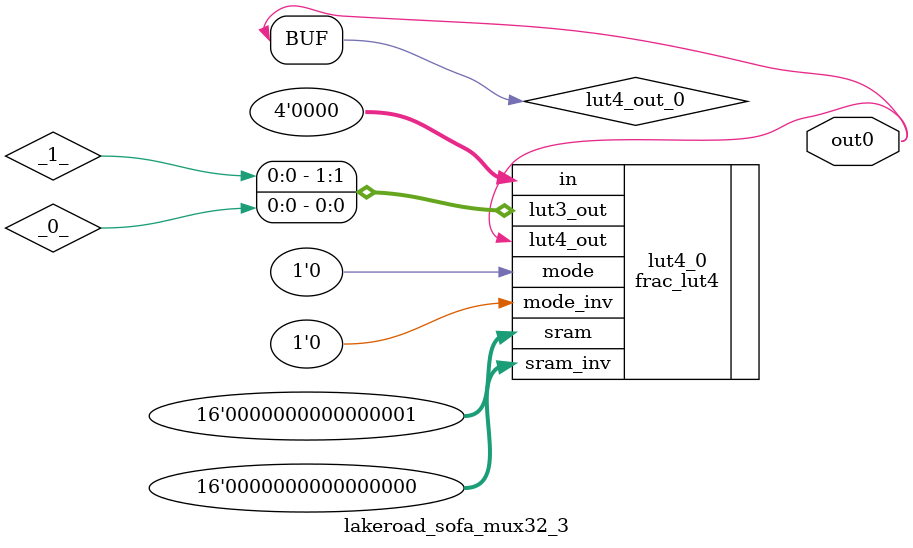
<source format=v>

/* Generated by Yosys 0.19 (git sha1 a45c131b37c, clang 13.1.6 -fPIC -Os) */

module lakeroad_sofa_mux32_3(out0);
  wire _0_;
  wire _1_;
  wire lut4_out_0;
  output out0;
  wire out0;
  frac_lut4 lut4_0 (
    .in(4'h0),
    .lut3_out({ _1_, _0_ }),
    .lut4_out(out0),
    .mode(1'h0),
    .mode_inv(1'h0),
    .sram(16'h0001),
    .sram_inv(16'h0000)
  );
  assign lut4_out_0 = out0;
endmodule


</source>
